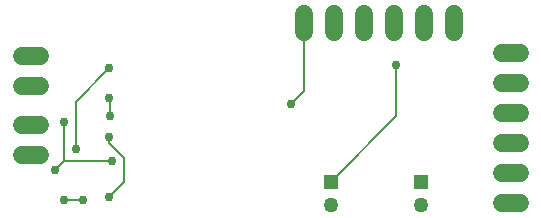
<source format=gbr>
G04 EAGLE Gerber RS-274X export*
G75*
%MOMM*%
%FSLAX34Y34*%
%LPD*%
%INBottom Copper*%
%IPPOS*%
%AMOC8*
5,1,8,0,0,1.08239X$1,22.5*%
G01*
%ADD10R,1.258000X1.258000*%
%ADD11C,1.258000*%
%ADD12C,1.508000*%
%ADD13C,0.756400*%
%ADD14C,0.152400*%


D10*
X304800Y55880D03*
D11*
X304800Y35880D03*
D10*
X381000Y55880D03*
D11*
X381000Y35880D03*
D12*
X58340Y137160D02*
X43260Y137160D01*
X43260Y162560D02*
X58340Y162560D01*
X58340Y78740D02*
X43260Y78740D01*
X43260Y104140D02*
X58340Y104140D01*
X449660Y165100D02*
X464740Y165100D01*
X464740Y139700D02*
X449660Y139700D01*
X449660Y114300D02*
X464740Y114300D01*
X464740Y88900D02*
X449660Y88900D01*
X449660Y63500D02*
X464740Y63500D01*
X464740Y38100D02*
X449660Y38100D01*
X281940Y182960D02*
X281940Y198040D01*
X307340Y198040D02*
X307340Y182960D01*
X332740Y182960D02*
X332740Y198040D01*
X358140Y198040D02*
X358140Y182960D01*
X383540Y182960D02*
X383540Y198040D01*
X408940Y198040D02*
X408940Y182960D01*
D13*
X360153Y154413D03*
D14*
X360153Y111233D01*
X304800Y55880D01*
D13*
X95104Y40640D03*
D14*
X78740Y40640D01*
D13*
X78740Y40640D03*
X117486Y152400D03*
D14*
X88900Y123814D01*
X88900Y83820D01*
D13*
X88900Y83820D03*
D14*
X281940Y132716D02*
X281940Y190500D01*
X281940Y132716D02*
X271144Y121920D01*
D13*
X271144Y121920D03*
X117486Y127000D03*
D14*
X117828Y126658D01*
X117828Y111787D01*
D13*
X117828Y111787D03*
X116840Y93980D03*
D14*
X116840Y88900D01*
X129540Y76200D01*
X129540Y55880D01*
X116840Y43180D01*
D13*
X116840Y43180D03*
X71120Y66040D03*
D14*
X78740Y73660D01*
X119380Y73660D01*
D13*
X119380Y73660D03*
X78740Y106680D03*
D14*
X78740Y73660D01*
M02*

</source>
